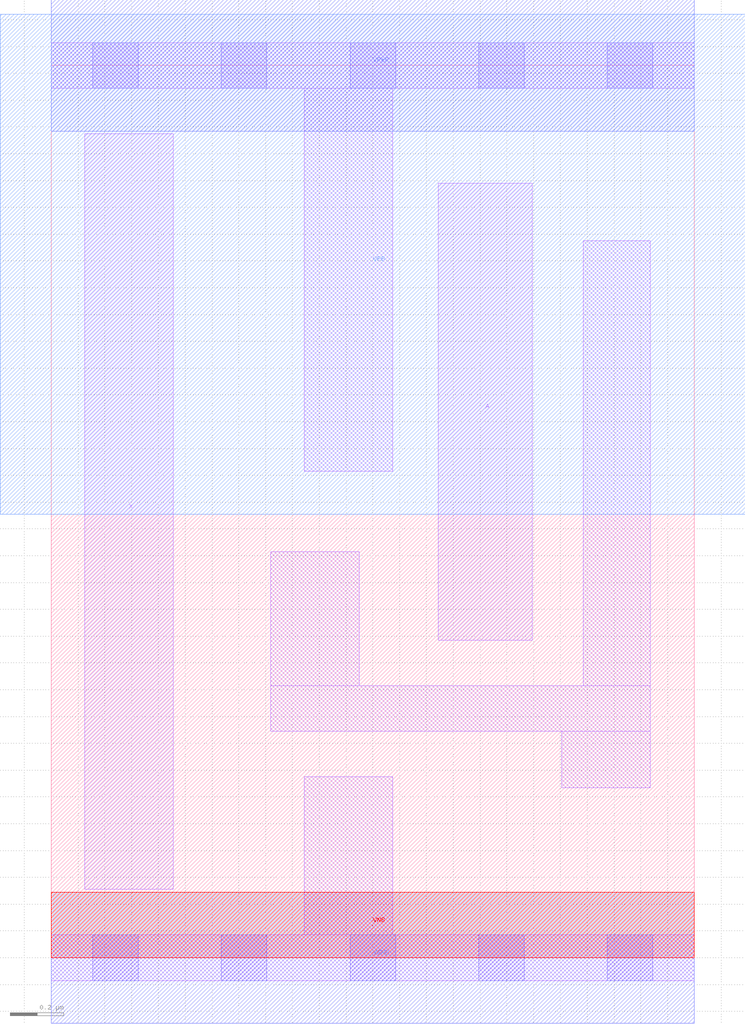
<source format=lef>
# Copyright 2020 The SkyWater PDK Authors
#
# Licensed under the Apache License, Version 2.0 (the "License");
# you may not use this file except in compliance with the License.
# You may obtain a copy of the License at
#
#     https://www.apache.org/licenses/LICENSE-2.0
#
# Unless required by applicable law or agreed to in writing, software
# distributed under the License is distributed on an "AS IS" BASIS,
# WITHOUT WARRANTIES OR CONDITIONS OF ANY KIND, either express or implied.
# See the License for the specific language governing permissions and
# limitations under the License.
#
# SPDX-License-Identifier: Apache-2.0

VERSION 5.7 ;
  NOWIREEXTENSIONATPIN ON ;
  DIVIDERCHAR "/" ;
  BUSBITCHARS "[]" ;
MACRO sky130_fd_sc_lp__buflp_1
  CLASS CORE ;
  FOREIGN sky130_fd_sc_lp__buflp_1 ;
  ORIGIN  0.000000  0.000000 ;
  SIZE  2.400000 BY  3.330000 ;
  SYMMETRY X Y R90 ;
  SITE unit ;
  PIN A
    ANTENNAGATEAREA  0.318000 ;
    DIRECTION INPUT ;
    USE SIGNAL ;
    PORT
      LAYER li1 ;
        RECT 1.445000 1.185000 1.795000 2.890000 ;
    END
  END A
  PIN X
    ANTENNADIFFAREA  0.598500 ;
    DIRECTION OUTPUT ;
    USE SIGNAL ;
    PORT
      LAYER li1 ;
        RECT 0.125000 0.255000 0.455000 3.075000 ;
    END
  END X
  PIN VGND
    DIRECTION INOUT ;
    USE GROUND ;
    PORT
      LAYER met1 ;
        RECT 0.000000 -0.245000 2.400000 0.245000 ;
    END
  END VGND
  PIN VNB
    DIRECTION INOUT ;
    USE GROUND ;
    PORT
      LAYER pwell ;
        RECT 0.000000 0.000000 2.400000 0.245000 ;
    END
  END VNB
  PIN VPB
    DIRECTION INOUT ;
    USE POWER ;
    PORT
      LAYER nwell ;
        RECT -0.190000 1.655000 2.590000 3.520000 ;
    END
  END VPB
  PIN VPWR
    DIRECTION INOUT ;
    USE POWER ;
    PORT
      LAYER met1 ;
        RECT 0.000000 3.085000 2.400000 3.575000 ;
    END
  END VPWR
  OBS
    LAYER li1 ;
      RECT 0.000000 -0.085000 2.400000 0.085000 ;
      RECT 0.000000  3.245000 2.400000 3.415000 ;
      RECT 0.820000  0.845000 2.235000 1.015000 ;
      RECT 0.820000  1.015000 1.150000 1.515000 ;
      RECT 0.945000  0.085000 1.275000 0.675000 ;
      RECT 0.945000  1.815000 1.275000 3.245000 ;
      RECT 1.905000  0.635000 2.235000 0.845000 ;
      RECT 1.985000  1.015000 2.235000 2.675000 ;
    LAYER mcon ;
      RECT 0.155000 -0.085000 0.325000 0.085000 ;
      RECT 0.155000  3.245000 0.325000 3.415000 ;
      RECT 0.635000 -0.085000 0.805000 0.085000 ;
      RECT 0.635000  3.245000 0.805000 3.415000 ;
      RECT 1.115000 -0.085000 1.285000 0.085000 ;
      RECT 1.115000  3.245000 1.285000 3.415000 ;
      RECT 1.595000 -0.085000 1.765000 0.085000 ;
      RECT 1.595000  3.245000 1.765000 3.415000 ;
      RECT 2.075000 -0.085000 2.245000 0.085000 ;
      RECT 2.075000  3.245000 2.245000 3.415000 ;
  END
END sky130_fd_sc_lp__buflp_1
END LIBRARY

</source>
